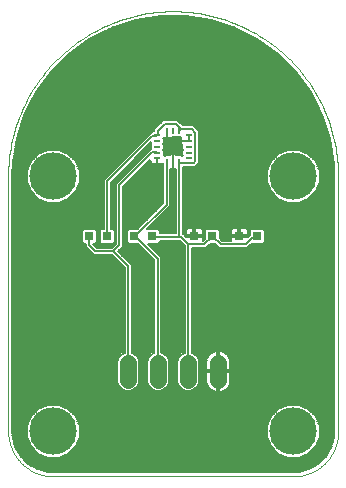
<source format=gtl>
G75*
%MOIN*%
%OFA0B0*%
%FSLAX25Y25*%
%IPPOS*%
%LPD*%
%AMOC8*
5,1,8,0,0,1.08239X$1,22.5*
%
%ADD10C,0.05543*%
%ADD11C,0.00000*%
%ADD12C,0.15811*%
%ADD13R,0.02362X0.00984*%
%ADD14R,0.00984X0.02362*%
%ADD15R,0.03150X0.03150*%
%ADD16C,0.00600*%
%ADD17C,0.02400*%
D10*
X0046800Y0051234D02*
X0046800Y0056778D01*
X0056800Y0056778D02*
X0056800Y0051234D01*
X0066800Y0051234D02*
X0066800Y0056778D01*
X0076800Y0056778D02*
X0076800Y0051234D01*
D11*
X0101800Y0019006D02*
X0102162Y0019010D01*
X0102525Y0019024D01*
X0102887Y0019045D01*
X0103248Y0019076D01*
X0103608Y0019115D01*
X0103967Y0019163D01*
X0104325Y0019220D01*
X0104682Y0019285D01*
X0105037Y0019359D01*
X0105390Y0019442D01*
X0105741Y0019533D01*
X0106089Y0019632D01*
X0106435Y0019740D01*
X0106779Y0019856D01*
X0107119Y0019981D01*
X0107456Y0020113D01*
X0107790Y0020254D01*
X0108121Y0020403D01*
X0108448Y0020560D01*
X0108771Y0020724D01*
X0109090Y0020896D01*
X0109404Y0021076D01*
X0109715Y0021264D01*
X0110020Y0021459D01*
X0110321Y0021661D01*
X0110617Y0021871D01*
X0110907Y0022087D01*
X0111193Y0022311D01*
X0111473Y0022541D01*
X0111747Y0022778D01*
X0112015Y0023022D01*
X0112278Y0023272D01*
X0112534Y0023528D01*
X0112784Y0023791D01*
X0113028Y0024059D01*
X0113265Y0024333D01*
X0113495Y0024613D01*
X0113719Y0024899D01*
X0113935Y0025189D01*
X0114145Y0025485D01*
X0114347Y0025786D01*
X0114542Y0026091D01*
X0114730Y0026402D01*
X0114910Y0026716D01*
X0115082Y0027035D01*
X0115246Y0027358D01*
X0115403Y0027685D01*
X0115552Y0028016D01*
X0115693Y0028350D01*
X0115825Y0028687D01*
X0115950Y0029027D01*
X0116066Y0029371D01*
X0116174Y0029717D01*
X0116273Y0030065D01*
X0116364Y0030416D01*
X0116447Y0030769D01*
X0116521Y0031124D01*
X0116586Y0031481D01*
X0116643Y0031839D01*
X0116691Y0032198D01*
X0116730Y0032558D01*
X0116761Y0032919D01*
X0116782Y0033281D01*
X0116796Y0033644D01*
X0116800Y0034006D01*
X0116800Y0119006D01*
X0116784Y0120345D01*
X0116735Y0121684D01*
X0116653Y0123021D01*
X0116539Y0124355D01*
X0116393Y0125687D01*
X0116214Y0127014D01*
X0116003Y0128337D01*
X0115759Y0129654D01*
X0115484Y0130965D01*
X0115177Y0132268D01*
X0114838Y0133564D01*
X0114468Y0134851D01*
X0114067Y0136129D01*
X0113634Y0137397D01*
X0113171Y0138654D01*
X0112677Y0139899D01*
X0112153Y0141132D01*
X0111600Y0142351D01*
X0111016Y0143557D01*
X0110404Y0144748D01*
X0109763Y0145924D01*
X0109093Y0147084D01*
X0108395Y0148227D01*
X0107670Y0149353D01*
X0106917Y0150461D01*
X0106138Y0151551D01*
X0105332Y0152621D01*
X0104501Y0153671D01*
X0103644Y0154700D01*
X0102762Y0155709D01*
X0101857Y0156695D01*
X0100927Y0157659D01*
X0099974Y0158601D01*
X0098999Y0159519D01*
X0098001Y0160412D01*
X0096982Y0161282D01*
X0095942Y0162126D01*
X0094882Y0162944D01*
X0093802Y0163737D01*
X0092704Y0164503D01*
X0091586Y0165242D01*
X0090452Y0165954D01*
X0089300Y0166637D01*
X0088132Y0167293D01*
X0086948Y0167920D01*
X0085750Y0168518D01*
X0084537Y0169086D01*
X0083311Y0169625D01*
X0082072Y0170134D01*
X0080821Y0170612D01*
X0079558Y0171060D01*
X0078286Y0171477D01*
X0077003Y0171863D01*
X0075711Y0172218D01*
X0074411Y0172541D01*
X0073104Y0172832D01*
X0071790Y0173091D01*
X0070470Y0173318D01*
X0069145Y0173513D01*
X0067815Y0173676D01*
X0066482Y0173806D01*
X0065147Y0173904D01*
X0063809Y0173969D01*
X0062470Y0174002D01*
X0061130Y0174002D01*
X0059791Y0173969D01*
X0058453Y0173904D01*
X0057118Y0173806D01*
X0055785Y0173676D01*
X0054455Y0173513D01*
X0053130Y0173318D01*
X0051810Y0173091D01*
X0050496Y0172832D01*
X0049189Y0172541D01*
X0047889Y0172218D01*
X0046597Y0171863D01*
X0045314Y0171477D01*
X0044042Y0171060D01*
X0042779Y0170612D01*
X0041528Y0170134D01*
X0040289Y0169625D01*
X0039063Y0169086D01*
X0037850Y0168518D01*
X0036652Y0167920D01*
X0035468Y0167293D01*
X0034300Y0166637D01*
X0033148Y0165954D01*
X0032014Y0165242D01*
X0030896Y0164503D01*
X0029798Y0163737D01*
X0028718Y0162944D01*
X0027658Y0162126D01*
X0026618Y0161282D01*
X0025599Y0160412D01*
X0024601Y0159519D01*
X0023626Y0158601D01*
X0022673Y0157659D01*
X0021743Y0156695D01*
X0020838Y0155709D01*
X0019956Y0154700D01*
X0019099Y0153671D01*
X0018268Y0152621D01*
X0017462Y0151551D01*
X0016683Y0150461D01*
X0015930Y0149353D01*
X0015205Y0148227D01*
X0014507Y0147084D01*
X0013837Y0145924D01*
X0013196Y0144748D01*
X0012584Y0143557D01*
X0012000Y0142351D01*
X0011447Y0141132D01*
X0010923Y0139899D01*
X0010429Y0138654D01*
X0009966Y0137397D01*
X0009533Y0136129D01*
X0009132Y0134851D01*
X0008762Y0133564D01*
X0008423Y0132268D01*
X0008116Y0130965D01*
X0007841Y0129654D01*
X0007597Y0128337D01*
X0007386Y0127014D01*
X0007207Y0125687D01*
X0007061Y0124355D01*
X0006947Y0123021D01*
X0006865Y0121684D01*
X0006816Y0120345D01*
X0006800Y0119006D01*
X0006800Y0034006D01*
X0006804Y0033644D01*
X0006818Y0033281D01*
X0006839Y0032919D01*
X0006870Y0032558D01*
X0006909Y0032198D01*
X0006957Y0031839D01*
X0007014Y0031481D01*
X0007079Y0031124D01*
X0007153Y0030769D01*
X0007236Y0030416D01*
X0007327Y0030065D01*
X0007426Y0029717D01*
X0007534Y0029371D01*
X0007650Y0029027D01*
X0007775Y0028687D01*
X0007907Y0028350D01*
X0008048Y0028016D01*
X0008197Y0027685D01*
X0008354Y0027358D01*
X0008518Y0027035D01*
X0008690Y0026716D01*
X0008870Y0026402D01*
X0009058Y0026091D01*
X0009253Y0025786D01*
X0009455Y0025485D01*
X0009665Y0025189D01*
X0009881Y0024899D01*
X0010105Y0024613D01*
X0010335Y0024333D01*
X0010572Y0024059D01*
X0010816Y0023791D01*
X0011066Y0023528D01*
X0011322Y0023272D01*
X0011585Y0023022D01*
X0011853Y0022778D01*
X0012127Y0022541D01*
X0012407Y0022311D01*
X0012693Y0022087D01*
X0012983Y0021871D01*
X0013279Y0021661D01*
X0013580Y0021459D01*
X0013885Y0021264D01*
X0014196Y0021076D01*
X0014510Y0020896D01*
X0014829Y0020724D01*
X0015152Y0020560D01*
X0015479Y0020403D01*
X0015810Y0020254D01*
X0016144Y0020113D01*
X0016481Y0019981D01*
X0016821Y0019856D01*
X0017165Y0019740D01*
X0017511Y0019632D01*
X0017859Y0019533D01*
X0018210Y0019442D01*
X0018563Y0019359D01*
X0018918Y0019285D01*
X0019275Y0019220D01*
X0019633Y0019163D01*
X0019992Y0019115D01*
X0020352Y0019076D01*
X0020713Y0019045D01*
X0021075Y0019024D01*
X0021438Y0019010D01*
X0021800Y0019006D01*
X0101800Y0019006D01*
D12*
X0101800Y0034006D03*
X0101800Y0119006D03*
X0021800Y0119006D03*
X0021800Y0034006D03*
D13*
X0056485Y0124990D03*
X0056485Y0126959D03*
X0056485Y0128927D03*
X0056485Y0130896D03*
X0056485Y0132864D03*
X0066918Y0132864D03*
X0066918Y0130896D03*
X0066918Y0128927D03*
X0066918Y0126959D03*
X0066918Y0124990D03*
D14*
X0063769Y0123888D03*
X0061800Y0123888D03*
X0059831Y0123888D03*
X0059831Y0134124D03*
X0061800Y0134124D03*
X0063769Y0134124D03*
D15*
X0068847Y0099006D03*
X0074753Y0099006D03*
X0083847Y0099006D03*
X0089753Y0099006D03*
X0054753Y0099006D03*
X0048847Y0099006D03*
X0039753Y0099006D03*
X0033847Y0099006D03*
D16*
X0010931Y0025666D02*
X0013460Y0023137D01*
X0016557Y0021349D01*
X0020012Y0020423D01*
X0021800Y0020306D01*
X0101800Y0020306D01*
X0103588Y0020423D01*
X0107043Y0021349D01*
X0110140Y0023137D01*
X0112669Y0025666D01*
X0114457Y0028763D01*
X0115383Y0032218D01*
X0115500Y0034006D01*
X0115500Y0119006D01*
X0115334Y0123219D01*
X0114016Y0131542D01*
X0111412Y0139556D01*
X0107587Y0147064D01*
X0107587Y0147064D01*
X0102634Y0153881D01*
X0102634Y0153881D01*
X0096675Y0159840D01*
X0089858Y0164793D01*
X0082350Y0168618D01*
X0074336Y0171222D01*
X0066013Y0172540D01*
X0057587Y0172540D01*
X0049264Y0171222D01*
X0041250Y0168618D01*
X0033742Y0164793D01*
X0026925Y0159840D01*
X0020966Y0153881D01*
X0016013Y0147064D01*
X0012188Y0139556D01*
X0009584Y0131542D01*
X0008266Y0123219D01*
X0008100Y0119006D01*
X0008100Y0034006D01*
X0008217Y0032218D01*
X0009143Y0028763D01*
X0010931Y0025666D01*
X0011007Y0025590D02*
X0019109Y0025590D01*
X0020048Y0025200D02*
X0023552Y0025200D01*
X0026788Y0026541D01*
X0029265Y0029018D01*
X0030605Y0032254D01*
X0030605Y0035757D01*
X0029265Y0038994D01*
X0026788Y0041471D01*
X0023552Y0042811D01*
X0020048Y0042811D01*
X0016812Y0041471D01*
X0014335Y0038994D01*
X0012994Y0035757D01*
X0012994Y0032254D01*
X0014335Y0029018D01*
X0016812Y0026541D01*
X0020048Y0025200D01*
X0017664Y0026188D02*
X0010630Y0026188D01*
X0010284Y0026787D02*
X0016566Y0026787D01*
X0015968Y0027385D02*
X0009938Y0027385D01*
X0009593Y0027984D02*
X0015369Y0027984D01*
X0014771Y0028582D02*
X0009247Y0028582D01*
X0009031Y0029181D02*
X0014268Y0029181D01*
X0014020Y0029779D02*
X0008871Y0029779D01*
X0008710Y0030378D02*
X0013772Y0030378D01*
X0013524Y0030976D02*
X0008550Y0030976D01*
X0008390Y0031575D02*
X0013276Y0031575D01*
X0013028Y0032173D02*
X0008229Y0032173D01*
X0008181Y0032772D02*
X0012994Y0032772D01*
X0012994Y0033370D02*
X0008142Y0033370D01*
X0008102Y0033969D02*
X0012994Y0033969D01*
X0012994Y0034567D02*
X0008100Y0034567D01*
X0008100Y0035166D02*
X0012994Y0035166D01*
X0012997Y0035764D02*
X0008100Y0035764D01*
X0008100Y0036363D02*
X0013245Y0036363D01*
X0013493Y0036961D02*
X0008100Y0036961D01*
X0008100Y0037560D02*
X0013741Y0037560D01*
X0013989Y0038158D02*
X0008100Y0038158D01*
X0008100Y0038757D02*
X0014237Y0038757D01*
X0014697Y0039355D02*
X0008100Y0039355D01*
X0008100Y0039954D02*
X0015295Y0039954D01*
X0015894Y0040552D02*
X0008100Y0040552D01*
X0008100Y0041151D02*
X0016492Y0041151D01*
X0017484Y0041749D02*
X0008100Y0041749D01*
X0008100Y0042348D02*
X0018929Y0042348D01*
X0024671Y0042348D02*
X0098929Y0042348D01*
X0100048Y0042811D02*
X0096812Y0041471D01*
X0094335Y0038994D01*
X0092994Y0035757D01*
X0092994Y0032254D01*
X0094335Y0029018D01*
X0096812Y0026541D01*
X0100048Y0025200D01*
X0103552Y0025200D01*
X0106788Y0026541D01*
X0109265Y0029018D01*
X0110605Y0032254D01*
X0110605Y0035757D01*
X0109265Y0038994D01*
X0106788Y0041471D01*
X0103552Y0042811D01*
X0100048Y0042811D01*
X0097484Y0041749D02*
X0026116Y0041749D01*
X0027108Y0041151D02*
X0096492Y0041151D01*
X0095894Y0040552D02*
X0027706Y0040552D01*
X0028305Y0039954D02*
X0095295Y0039954D01*
X0094697Y0039355D02*
X0028903Y0039355D01*
X0029363Y0038757D02*
X0094237Y0038757D01*
X0093989Y0038158D02*
X0029611Y0038158D01*
X0029859Y0037560D02*
X0093741Y0037560D01*
X0093493Y0036961D02*
X0030107Y0036961D01*
X0030355Y0036363D02*
X0093245Y0036363D01*
X0092997Y0035764D02*
X0030603Y0035764D01*
X0030605Y0035166D02*
X0092994Y0035166D01*
X0092994Y0034567D02*
X0030605Y0034567D01*
X0030605Y0033969D02*
X0092994Y0033969D01*
X0092994Y0033370D02*
X0030605Y0033370D01*
X0030605Y0032772D02*
X0092994Y0032772D01*
X0093028Y0032173D02*
X0030572Y0032173D01*
X0030324Y0031575D02*
X0093276Y0031575D01*
X0093524Y0030976D02*
X0030076Y0030976D01*
X0029828Y0030378D02*
X0093772Y0030378D01*
X0094020Y0029779D02*
X0029580Y0029779D01*
X0029332Y0029181D02*
X0094268Y0029181D01*
X0094771Y0028582D02*
X0028829Y0028582D01*
X0028231Y0027984D02*
X0095369Y0027984D01*
X0095968Y0027385D02*
X0027632Y0027385D01*
X0027034Y0026787D02*
X0096566Y0026787D01*
X0097664Y0026188D02*
X0025936Y0026188D01*
X0024491Y0025590D02*
X0099109Y0025590D01*
X0104491Y0025590D02*
X0112593Y0025590D01*
X0112970Y0026188D02*
X0105936Y0026188D01*
X0107034Y0026787D02*
X0113316Y0026787D01*
X0113662Y0027385D02*
X0107632Y0027385D01*
X0108231Y0027984D02*
X0114007Y0027984D01*
X0114353Y0028582D02*
X0108829Y0028582D01*
X0109332Y0029181D02*
X0114569Y0029181D01*
X0114729Y0029779D02*
X0109580Y0029779D01*
X0109828Y0030378D02*
X0114890Y0030378D01*
X0115050Y0030976D02*
X0110076Y0030976D01*
X0110324Y0031575D02*
X0115211Y0031575D01*
X0115371Y0032173D02*
X0110572Y0032173D01*
X0110605Y0032772D02*
X0115419Y0032772D01*
X0115458Y0033370D02*
X0110605Y0033370D01*
X0110605Y0033969D02*
X0115498Y0033969D01*
X0115500Y0034567D02*
X0110605Y0034567D01*
X0110605Y0035166D02*
X0115500Y0035166D01*
X0115500Y0035764D02*
X0110603Y0035764D01*
X0110355Y0036363D02*
X0115500Y0036363D01*
X0115500Y0036961D02*
X0110107Y0036961D01*
X0109859Y0037560D02*
X0115500Y0037560D01*
X0115500Y0038158D02*
X0109611Y0038158D01*
X0109363Y0038757D02*
X0115500Y0038757D01*
X0115500Y0039355D02*
X0108903Y0039355D01*
X0108305Y0039954D02*
X0115500Y0039954D01*
X0115500Y0040552D02*
X0107706Y0040552D01*
X0107108Y0041151D02*
X0115500Y0041151D01*
X0115500Y0041749D02*
X0106116Y0041749D01*
X0104671Y0042348D02*
X0115500Y0042348D01*
X0115500Y0042946D02*
X0008100Y0042946D01*
X0008100Y0043545D02*
X0115500Y0043545D01*
X0115500Y0044143D02*
X0008100Y0044143D01*
X0008100Y0044742D02*
X0115500Y0044742D01*
X0115500Y0045340D02*
X0008100Y0045340D01*
X0008100Y0045939D02*
X0115500Y0045939D01*
X0115500Y0046537D02*
X0008100Y0046537D01*
X0008100Y0047136D02*
X0115500Y0047136D01*
X0115500Y0047734D02*
X0078900Y0047734D01*
X0078934Y0047752D02*
X0079452Y0048129D01*
X0079906Y0048582D01*
X0080282Y0049100D01*
X0080573Y0049671D01*
X0080771Y0050281D01*
X0080872Y0050914D01*
X0080872Y0053706D01*
X0077100Y0053706D01*
X0077100Y0054306D01*
X0076500Y0054306D01*
X0076500Y0060849D01*
X0076480Y0060849D01*
X0075847Y0060749D01*
X0075237Y0060551D01*
X0074666Y0060260D01*
X0074147Y0059883D01*
X0073694Y0059430D01*
X0073318Y0058912D01*
X0073027Y0058341D01*
X0072829Y0057731D01*
X0072728Y0057098D01*
X0072728Y0054306D01*
X0076500Y0054306D01*
X0076500Y0053706D01*
X0072728Y0053706D01*
X0072728Y0050914D01*
X0072829Y0050281D01*
X0073027Y0049671D01*
X0073318Y0049100D01*
X0073694Y0048582D01*
X0074147Y0048129D01*
X0074666Y0047752D01*
X0075237Y0047461D01*
X0075847Y0047263D01*
X0076480Y0047163D01*
X0076500Y0047163D01*
X0076500Y0053706D01*
X0077100Y0053706D01*
X0077100Y0047163D01*
X0077120Y0047163D01*
X0077753Y0047263D01*
X0078363Y0047461D01*
X0078934Y0047752D01*
X0079657Y0048333D02*
X0115500Y0048333D01*
X0115500Y0048931D02*
X0080160Y0048931D01*
X0080501Y0049530D02*
X0115500Y0049530D01*
X0115500Y0050128D02*
X0080722Y0050128D01*
X0080842Y0050727D02*
X0115500Y0050727D01*
X0115500Y0051326D02*
X0080872Y0051326D01*
X0080872Y0051924D02*
X0115500Y0051924D01*
X0115500Y0052523D02*
X0080872Y0052523D01*
X0080872Y0053121D02*
X0115500Y0053121D01*
X0115500Y0053720D02*
X0077100Y0053720D01*
X0077100Y0054306D02*
X0080872Y0054306D01*
X0080872Y0057098D01*
X0080771Y0057731D01*
X0080573Y0058341D01*
X0080282Y0058912D01*
X0079906Y0059430D01*
X0079452Y0059883D01*
X0078934Y0060260D01*
X0078363Y0060551D01*
X0077753Y0060749D01*
X0077120Y0060849D01*
X0077100Y0060849D01*
X0077100Y0054306D01*
X0077100Y0054318D02*
X0076500Y0054318D01*
X0076500Y0053720D02*
X0070472Y0053720D01*
X0070472Y0054318D02*
X0072728Y0054318D01*
X0072728Y0054917D02*
X0070472Y0054917D01*
X0070472Y0055515D02*
X0072728Y0055515D01*
X0072728Y0056114D02*
X0070472Y0056114D01*
X0070472Y0056712D02*
X0072728Y0056712D01*
X0072762Y0057311D02*
X0070472Y0057311D01*
X0070472Y0057508D02*
X0069913Y0058857D01*
X0068880Y0059890D01*
X0068000Y0060255D01*
X0068000Y0095206D01*
X0072697Y0095206D01*
X0074022Y0096531D01*
X0075778Y0096531D01*
X0077103Y0095206D01*
X0086497Y0095206D01*
X0087200Y0095909D01*
X0087822Y0096531D01*
X0091700Y0096531D01*
X0092228Y0097058D01*
X0092228Y0100953D01*
X0091700Y0101481D01*
X0087805Y0101481D01*
X0087278Y0100953D01*
X0087278Y0099381D01*
X0086603Y0098706D01*
X0084147Y0098706D01*
X0084147Y0099306D01*
X0083547Y0099306D01*
X0083547Y0098706D01*
X0080972Y0098706D01*
X0080972Y0097606D01*
X0078097Y0097606D01*
X0077228Y0098475D01*
X0077228Y0100953D01*
X0076700Y0101481D01*
X0072805Y0101481D01*
X0072278Y0100953D01*
X0072278Y0098181D01*
X0071722Y0097625D01*
X0071722Y0098706D01*
X0069147Y0098706D01*
X0069147Y0099306D01*
X0068547Y0099306D01*
X0068547Y0098706D01*
X0066197Y0098706D01*
X0065600Y0099303D01*
X0065000Y0099903D01*
X0065000Y0122173D01*
X0065033Y0122206D01*
X0069097Y0122206D01*
X0069697Y0122806D01*
X0070400Y0123509D01*
X0070400Y0134103D01*
X0069200Y0135303D01*
X0068497Y0136006D01*
X0064897Y0136006D01*
X0063097Y0137806D01*
X0058503Y0137806D01*
X0057800Y0137103D01*
X0055400Y0134703D01*
X0055400Y0134256D01*
X0054931Y0134256D01*
X0054404Y0133729D01*
X0054404Y0133606D01*
X0054303Y0133606D01*
X0053600Y0132903D01*
X0038600Y0117903D01*
X0038600Y0101481D01*
X0037805Y0101481D01*
X0037278Y0100953D01*
X0037278Y0097058D01*
X0037805Y0096531D01*
X0041700Y0096531D01*
X0042228Y0097058D01*
X0042228Y0100953D01*
X0041700Y0101481D01*
X0041000Y0101481D01*
X0041000Y0116909D01*
X0054404Y0130313D01*
X0054404Y0130031D01*
X0054523Y0129911D01*
X0054404Y0129792D01*
X0054404Y0128206D01*
X0054303Y0128206D01*
X0053600Y0127503D01*
X0053600Y0127503D01*
X0043303Y0117206D01*
X0043303Y0117206D01*
X0042600Y0116503D01*
X0042600Y0096503D01*
X0041303Y0095206D01*
X0036297Y0095206D01*
X0035000Y0096503D01*
X0035000Y0096531D01*
X0035795Y0096531D01*
X0036322Y0097058D01*
X0036322Y0100953D01*
X0035795Y0101481D01*
X0031900Y0101481D01*
X0031372Y0100953D01*
X0031372Y0097058D01*
X0031900Y0096531D01*
X0032600Y0096531D01*
X0032600Y0095509D01*
X0033303Y0094806D01*
X0034600Y0093509D01*
X0034600Y0093509D01*
X0035303Y0092806D01*
X0041303Y0092806D01*
X0045600Y0088509D01*
X0045600Y0060255D01*
X0044720Y0059890D01*
X0043687Y0058857D01*
X0043128Y0057508D01*
X0043128Y0050504D01*
X0043687Y0049154D01*
X0044720Y0048122D01*
X0046070Y0047563D01*
X0047530Y0047563D01*
X0048880Y0048122D01*
X0049913Y0049154D01*
X0050472Y0050504D01*
X0050472Y0057508D01*
X0049913Y0058857D01*
X0048880Y0059890D01*
X0048000Y0060255D01*
X0048000Y0089503D01*
X0047297Y0090206D01*
X0043497Y0094006D01*
X0044297Y0094806D01*
X0045000Y0095509D01*
X0045000Y0115509D01*
X0054004Y0124513D01*
X0054004Y0124327D01*
X0054093Y0123996D01*
X0054264Y0123700D01*
X0054506Y0123458D01*
X0054802Y0123287D01*
X0055133Y0123198D01*
X0056485Y0123198D01*
X0056485Y0124990D01*
X0056485Y0124990D01*
X0056485Y0123198D01*
X0057837Y0123198D01*
X0058168Y0123287D01*
X0058336Y0123384D01*
X0058400Y0123201D01*
X0058400Y0110103D01*
X0049778Y0101481D01*
X0046900Y0101481D01*
X0046372Y0100953D01*
X0046372Y0097058D01*
X0046900Y0096531D01*
X0049978Y0096531D01*
X0055400Y0091109D01*
X0055400Y0060172D01*
X0054720Y0059890D01*
X0053687Y0058857D01*
X0053128Y0057508D01*
X0053128Y0050504D01*
X0053687Y0049154D01*
X0054720Y0048122D01*
X0056070Y0047563D01*
X0057530Y0047563D01*
X0058880Y0048122D01*
X0059913Y0049154D01*
X0060472Y0050504D01*
X0060472Y0057508D01*
X0059913Y0058857D01*
X0058880Y0059890D01*
X0057800Y0060337D01*
X0057800Y0092103D01*
X0053372Y0096531D01*
X0056700Y0096531D01*
X0057228Y0097058D01*
X0057228Y0097606D01*
X0063903Y0097606D01*
X0065600Y0095909D01*
X0065600Y0060255D01*
X0064720Y0059890D01*
X0063687Y0058857D01*
X0063128Y0057508D01*
X0063128Y0050504D01*
X0063687Y0049154D01*
X0064720Y0048122D01*
X0066070Y0047563D01*
X0067530Y0047563D01*
X0068880Y0048122D01*
X0069913Y0049154D01*
X0070472Y0050504D01*
X0070472Y0057508D01*
X0070305Y0057909D02*
X0072886Y0057909D01*
X0073112Y0058508D02*
X0070058Y0058508D01*
X0069664Y0059106D02*
X0073459Y0059106D01*
X0073969Y0059705D02*
X0069065Y0059705D01*
X0068000Y0060303D02*
X0074751Y0060303D01*
X0076500Y0060303D02*
X0077100Y0060303D01*
X0077100Y0059705D02*
X0076500Y0059705D01*
X0076500Y0059106D02*
X0077100Y0059106D01*
X0077100Y0058508D02*
X0076500Y0058508D01*
X0076500Y0057909D02*
X0077100Y0057909D01*
X0077100Y0057311D02*
X0076500Y0057311D01*
X0076500Y0056712D02*
X0077100Y0056712D01*
X0077100Y0056114D02*
X0076500Y0056114D01*
X0076500Y0055515D02*
X0077100Y0055515D01*
X0077100Y0054917D02*
X0076500Y0054917D01*
X0076500Y0053121D02*
X0077100Y0053121D01*
X0077100Y0052523D02*
X0076500Y0052523D01*
X0076500Y0051924D02*
X0077100Y0051924D01*
X0077100Y0051326D02*
X0076500Y0051326D01*
X0076500Y0050727D02*
X0077100Y0050727D01*
X0077100Y0050128D02*
X0076500Y0050128D01*
X0076500Y0049530D02*
X0077100Y0049530D01*
X0077100Y0048931D02*
X0076500Y0048931D01*
X0076500Y0048333D02*
X0077100Y0048333D01*
X0077100Y0047734D02*
X0076500Y0047734D01*
X0074700Y0047734D02*
X0067945Y0047734D01*
X0069091Y0048333D02*
X0073943Y0048333D01*
X0073440Y0048931D02*
X0069690Y0048931D01*
X0070068Y0049530D02*
X0073099Y0049530D01*
X0072878Y0050128D02*
X0070316Y0050128D01*
X0070472Y0050727D02*
X0072758Y0050727D01*
X0072728Y0051326D02*
X0070472Y0051326D01*
X0070472Y0051924D02*
X0072728Y0051924D01*
X0072728Y0052523D02*
X0070472Y0052523D01*
X0070472Y0053121D02*
X0072728Y0053121D01*
X0066800Y0054006D02*
X0066800Y0096406D01*
X0072200Y0096406D01*
X0074600Y0098806D01*
X0074753Y0099006D01*
X0075200Y0098806D01*
X0077600Y0096406D01*
X0086000Y0096406D01*
X0088400Y0098806D01*
X0089600Y0098806D01*
X0089753Y0099006D01*
X0092228Y0099206D02*
X0115500Y0099206D01*
X0115500Y0098608D02*
X0092228Y0098608D01*
X0092228Y0098009D02*
X0115500Y0098009D01*
X0115500Y0097411D02*
X0092228Y0097411D01*
X0091982Y0096812D02*
X0115500Y0096812D01*
X0115500Y0096214D02*
X0087505Y0096214D01*
X0086906Y0095615D02*
X0115500Y0095615D01*
X0115500Y0095017D02*
X0068000Y0095017D01*
X0068000Y0094418D02*
X0115500Y0094418D01*
X0115500Y0093820D02*
X0068000Y0093820D01*
X0068000Y0093221D02*
X0115500Y0093221D01*
X0115500Y0092623D02*
X0068000Y0092623D01*
X0068000Y0092024D02*
X0115500Y0092024D01*
X0115500Y0091426D02*
X0068000Y0091426D01*
X0068000Y0090827D02*
X0115500Y0090827D01*
X0115500Y0090229D02*
X0068000Y0090229D01*
X0068000Y0089630D02*
X0115500Y0089630D01*
X0115500Y0089032D02*
X0068000Y0089032D01*
X0068000Y0088433D02*
X0115500Y0088433D01*
X0115500Y0087835D02*
X0068000Y0087835D01*
X0068000Y0087236D02*
X0115500Y0087236D01*
X0115500Y0086638D02*
X0068000Y0086638D01*
X0068000Y0086039D02*
X0115500Y0086039D01*
X0115500Y0085441D02*
X0068000Y0085441D01*
X0068000Y0084842D02*
X0115500Y0084842D01*
X0115500Y0084244D02*
X0068000Y0084244D01*
X0068000Y0083645D02*
X0115500Y0083645D01*
X0115500Y0083047D02*
X0068000Y0083047D01*
X0068000Y0082448D02*
X0115500Y0082448D01*
X0115500Y0081850D02*
X0068000Y0081850D01*
X0068000Y0081251D02*
X0115500Y0081251D01*
X0115500Y0080653D02*
X0068000Y0080653D01*
X0068000Y0080054D02*
X0115500Y0080054D01*
X0115500Y0079456D02*
X0068000Y0079456D01*
X0068000Y0078857D02*
X0115500Y0078857D01*
X0115500Y0078259D02*
X0068000Y0078259D01*
X0068000Y0077660D02*
X0115500Y0077660D01*
X0115500Y0077062D02*
X0068000Y0077062D01*
X0068000Y0076463D02*
X0115500Y0076463D01*
X0115500Y0075864D02*
X0068000Y0075864D01*
X0068000Y0075266D02*
X0115500Y0075266D01*
X0115500Y0074667D02*
X0068000Y0074667D01*
X0068000Y0074069D02*
X0115500Y0074069D01*
X0115500Y0073470D02*
X0068000Y0073470D01*
X0068000Y0072872D02*
X0115500Y0072872D01*
X0115500Y0072273D02*
X0068000Y0072273D01*
X0068000Y0071675D02*
X0115500Y0071675D01*
X0115500Y0071076D02*
X0068000Y0071076D01*
X0068000Y0070478D02*
X0115500Y0070478D01*
X0115500Y0069879D02*
X0068000Y0069879D01*
X0068000Y0069281D02*
X0115500Y0069281D01*
X0115500Y0068682D02*
X0068000Y0068682D01*
X0068000Y0068084D02*
X0115500Y0068084D01*
X0115500Y0067485D02*
X0068000Y0067485D01*
X0068000Y0066887D02*
X0115500Y0066887D01*
X0115500Y0066288D02*
X0068000Y0066288D01*
X0068000Y0065690D02*
X0115500Y0065690D01*
X0115500Y0065091D02*
X0068000Y0065091D01*
X0068000Y0064493D02*
X0115500Y0064493D01*
X0115500Y0063894D02*
X0068000Y0063894D01*
X0068000Y0063296D02*
X0115500Y0063296D01*
X0115500Y0062697D02*
X0068000Y0062697D01*
X0068000Y0062099D02*
X0115500Y0062099D01*
X0115500Y0061500D02*
X0068000Y0061500D01*
X0068000Y0060902D02*
X0115500Y0060902D01*
X0115500Y0060303D02*
X0078849Y0060303D01*
X0079631Y0059705D02*
X0115500Y0059705D01*
X0115500Y0059106D02*
X0080141Y0059106D01*
X0080488Y0058508D02*
X0115500Y0058508D01*
X0115500Y0057909D02*
X0080714Y0057909D01*
X0080838Y0057311D02*
X0115500Y0057311D01*
X0115500Y0056712D02*
X0080872Y0056712D01*
X0080872Y0056114D02*
X0115500Y0056114D01*
X0115500Y0055515D02*
X0080872Y0055515D01*
X0080872Y0054917D02*
X0115500Y0054917D01*
X0115500Y0054318D02*
X0080872Y0054318D01*
X0065600Y0060303D02*
X0057883Y0060303D01*
X0057800Y0060902D02*
X0065600Y0060902D01*
X0065600Y0061500D02*
X0057800Y0061500D01*
X0057800Y0062099D02*
X0065600Y0062099D01*
X0065600Y0062697D02*
X0057800Y0062697D01*
X0057800Y0063296D02*
X0065600Y0063296D01*
X0065600Y0063894D02*
X0057800Y0063894D01*
X0057800Y0064493D02*
X0065600Y0064493D01*
X0065600Y0065091D02*
X0057800Y0065091D01*
X0057800Y0065690D02*
X0065600Y0065690D01*
X0065600Y0066288D02*
X0057800Y0066288D01*
X0057800Y0066887D02*
X0065600Y0066887D01*
X0065600Y0067485D02*
X0057800Y0067485D01*
X0057800Y0068084D02*
X0065600Y0068084D01*
X0065600Y0068682D02*
X0057800Y0068682D01*
X0057800Y0069281D02*
X0065600Y0069281D01*
X0065600Y0069879D02*
X0057800Y0069879D01*
X0057800Y0070478D02*
X0065600Y0070478D01*
X0065600Y0071076D02*
X0057800Y0071076D01*
X0057800Y0071675D02*
X0065600Y0071675D01*
X0065600Y0072273D02*
X0057800Y0072273D01*
X0057800Y0072872D02*
X0065600Y0072872D01*
X0065600Y0073470D02*
X0057800Y0073470D01*
X0057800Y0074069D02*
X0065600Y0074069D01*
X0065600Y0074667D02*
X0057800Y0074667D01*
X0057800Y0075266D02*
X0065600Y0075266D01*
X0065600Y0075864D02*
X0057800Y0075864D01*
X0057800Y0076463D02*
X0065600Y0076463D01*
X0065600Y0077062D02*
X0057800Y0077062D01*
X0057800Y0077660D02*
X0065600Y0077660D01*
X0065600Y0078259D02*
X0057800Y0078259D01*
X0057800Y0078857D02*
X0065600Y0078857D01*
X0065600Y0079456D02*
X0057800Y0079456D01*
X0057800Y0080054D02*
X0065600Y0080054D01*
X0065600Y0080653D02*
X0057800Y0080653D01*
X0057800Y0081251D02*
X0065600Y0081251D01*
X0065600Y0081850D02*
X0057800Y0081850D01*
X0057800Y0082448D02*
X0065600Y0082448D01*
X0065600Y0083047D02*
X0057800Y0083047D01*
X0057800Y0083645D02*
X0065600Y0083645D01*
X0065600Y0084244D02*
X0057800Y0084244D01*
X0057800Y0084842D02*
X0065600Y0084842D01*
X0065600Y0085441D02*
X0057800Y0085441D01*
X0057800Y0086039D02*
X0065600Y0086039D01*
X0065600Y0086638D02*
X0057800Y0086638D01*
X0057800Y0087236D02*
X0065600Y0087236D01*
X0065600Y0087835D02*
X0057800Y0087835D01*
X0057800Y0088433D02*
X0065600Y0088433D01*
X0065600Y0089032D02*
X0057800Y0089032D01*
X0057800Y0089630D02*
X0065600Y0089630D01*
X0065600Y0090229D02*
X0057800Y0090229D01*
X0057800Y0090827D02*
X0065600Y0090827D01*
X0065600Y0091426D02*
X0057800Y0091426D01*
X0057800Y0092024D02*
X0065600Y0092024D01*
X0065600Y0092623D02*
X0057280Y0092623D01*
X0056682Y0093221D02*
X0065600Y0093221D01*
X0065600Y0093820D02*
X0056083Y0093820D01*
X0055485Y0094418D02*
X0065600Y0094418D01*
X0065600Y0095017D02*
X0054886Y0095017D01*
X0054288Y0095615D02*
X0065600Y0095615D01*
X0065295Y0096214D02*
X0053689Y0096214D01*
X0052091Y0094418D02*
X0043909Y0094418D01*
X0044297Y0094806D02*
X0044297Y0094806D01*
X0044508Y0095017D02*
X0051492Y0095017D01*
X0050893Y0095615D02*
X0045000Y0095615D01*
X0045000Y0096214D02*
X0050295Y0096214D01*
X0049400Y0098806D02*
X0048847Y0099006D01*
X0049400Y0099406D01*
X0059600Y0109606D01*
X0059600Y0123406D01*
X0059831Y0123888D01*
X0058400Y0123147D02*
X0052638Y0123147D01*
X0053237Y0123745D02*
X0054237Y0123745D01*
X0054004Y0124344D02*
X0053835Y0124344D01*
X0052236Y0126139D02*
X0050231Y0126139D01*
X0050829Y0126738D02*
X0052835Y0126738D01*
X0053434Y0127336D02*
X0051428Y0127336D01*
X0052026Y0127935D02*
X0054032Y0127935D01*
X0054404Y0128533D02*
X0052625Y0128533D01*
X0053223Y0129132D02*
X0054404Y0129132D01*
X0054404Y0129730D02*
X0053822Y0129730D01*
X0052223Y0131526D02*
X0009581Y0131526D01*
X0009486Y0130928D02*
X0051625Y0130928D01*
X0051026Y0130329D02*
X0009392Y0130329D01*
X0009297Y0129730D02*
X0050428Y0129730D01*
X0049829Y0129132D02*
X0009202Y0129132D01*
X0009107Y0128533D02*
X0049231Y0128533D01*
X0048632Y0127935D02*
X0009012Y0127935D01*
X0008918Y0127336D02*
X0018902Y0127336D01*
X0020048Y0127811D02*
X0016812Y0126471D01*
X0014335Y0123994D01*
X0012994Y0120757D01*
X0012994Y0117254D01*
X0014335Y0114018D01*
X0016812Y0111541D01*
X0020048Y0110200D01*
X0023552Y0110200D01*
X0026788Y0111541D01*
X0029265Y0114018D01*
X0030605Y0117254D01*
X0030605Y0120757D01*
X0029265Y0123994D01*
X0026788Y0126471D01*
X0023552Y0127811D01*
X0020048Y0127811D01*
X0017457Y0126738D02*
X0008823Y0126738D01*
X0008728Y0126139D02*
X0016481Y0126139D01*
X0015882Y0125541D02*
X0008633Y0125541D01*
X0008538Y0124942D02*
X0015284Y0124942D01*
X0014685Y0124344D02*
X0008444Y0124344D01*
X0008349Y0123745D02*
X0014232Y0123745D01*
X0013984Y0123147D02*
X0008263Y0123147D01*
X0008239Y0122548D02*
X0013736Y0122548D01*
X0013488Y0121950D02*
X0008216Y0121950D01*
X0008192Y0121351D02*
X0013241Y0121351D01*
X0012994Y0120753D02*
X0008169Y0120753D01*
X0008145Y0120154D02*
X0012994Y0120154D01*
X0012994Y0119556D02*
X0008122Y0119556D01*
X0008100Y0118957D02*
X0012994Y0118957D01*
X0012994Y0118359D02*
X0008100Y0118359D01*
X0008100Y0117760D02*
X0012994Y0117760D01*
X0013033Y0117162D02*
X0008100Y0117162D01*
X0008100Y0116563D02*
X0013281Y0116563D01*
X0013529Y0115965D02*
X0008100Y0115965D01*
X0008100Y0115366D02*
X0013777Y0115366D01*
X0014024Y0114768D02*
X0008100Y0114768D01*
X0008100Y0114169D02*
X0014272Y0114169D01*
X0014782Y0113571D02*
X0008100Y0113571D01*
X0008100Y0112972D02*
X0015381Y0112972D01*
X0015979Y0112374D02*
X0008100Y0112374D01*
X0008100Y0111775D02*
X0016578Y0111775D01*
X0017692Y0111177D02*
X0008100Y0111177D01*
X0008100Y0110578D02*
X0019137Y0110578D01*
X0024463Y0110578D02*
X0038600Y0110578D01*
X0038600Y0109980D02*
X0008100Y0109980D01*
X0008100Y0109381D02*
X0038600Y0109381D01*
X0038600Y0108783D02*
X0008100Y0108783D01*
X0008100Y0108184D02*
X0038600Y0108184D01*
X0038600Y0107586D02*
X0008100Y0107586D01*
X0008100Y0106987D02*
X0038600Y0106987D01*
X0038600Y0106389D02*
X0008100Y0106389D01*
X0008100Y0105790D02*
X0038600Y0105790D01*
X0038600Y0105192D02*
X0008100Y0105192D01*
X0008100Y0104593D02*
X0038600Y0104593D01*
X0038600Y0103995D02*
X0008100Y0103995D01*
X0008100Y0103396D02*
X0038600Y0103396D01*
X0038600Y0102797D02*
X0008100Y0102797D01*
X0008100Y0102199D02*
X0038600Y0102199D01*
X0038600Y0101600D02*
X0008100Y0101600D01*
X0008100Y0101002D02*
X0031421Y0101002D01*
X0031372Y0100403D02*
X0008100Y0100403D01*
X0008100Y0099805D02*
X0031372Y0099805D01*
X0031372Y0099206D02*
X0008100Y0099206D01*
X0008100Y0098608D02*
X0031372Y0098608D01*
X0031372Y0098009D02*
X0008100Y0098009D01*
X0008100Y0097411D02*
X0031372Y0097411D01*
X0031618Y0096812D02*
X0008100Y0096812D01*
X0008100Y0096214D02*
X0032600Y0096214D01*
X0032600Y0095615D02*
X0008100Y0095615D01*
X0008100Y0095017D02*
X0033092Y0095017D01*
X0033691Y0094418D02*
X0008100Y0094418D01*
X0008100Y0093820D02*
X0034289Y0093820D01*
X0034888Y0093221D02*
X0008100Y0093221D01*
X0008100Y0092623D02*
X0041486Y0092623D01*
X0042085Y0092024D02*
X0008100Y0092024D01*
X0008100Y0091426D02*
X0042683Y0091426D01*
X0043282Y0090827D02*
X0008100Y0090827D01*
X0008100Y0090229D02*
X0043880Y0090229D01*
X0044479Y0089630D02*
X0008100Y0089630D01*
X0008100Y0089032D02*
X0045077Y0089032D01*
X0045600Y0088433D02*
X0008100Y0088433D01*
X0008100Y0087835D02*
X0045600Y0087835D01*
X0045600Y0087236D02*
X0008100Y0087236D01*
X0008100Y0086638D02*
X0045600Y0086638D01*
X0045600Y0086039D02*
X0008100Y0086039D01*
X0008100Y0085441D02*
X0045600Y0085441D01*
X0045600Y0084842D02*
X0008100Y0084842D01*
X0008100Y0084244D02*
X0045600Y0084244D01*
X0045600Y0083645D02*
X0008100Y0083645D01*
X0008100Y0083047D02*
X0045600Y0083047D01*
X0045600Y0082448D02*
X0008100Y0082448D01*
X0008100Y0081850D02*
X0045600Y0081850D01*
X0045600Y0081251D02*
X0008100Y0081251D01*
X0008100Y0080653D02*
X0045600Y0080653D01*
X0045600Y0080054D02*
X0008100Y0080054D01*
X0008100Y0079456D02*
X0045600Y0079456D01*
X0045600Y0078857D02*
X0008100Y0078857D01*
X0008100Y0078259D02*
X0045600Y0078259D01*
X0045600Y0077660D02*
X0008100Y0077660D01*
X0008100Y0077062D02*
X0045600Y0077062D01*
X0045600Y0076463D02*
X0008100Y0076463D01*
X0008100Y0075864D02*
X0045600Y0075864D01*
X0045600Y0075266D02*
X0008100Y0075266D01*
X0008100Y0074667D02*
X0045600Y0074667D01*
X0045600Y0074069D02*
X0008100Y0074069D01*
X0008100Y0073470D02*
X0045600Y0073470D01*
X0045600Y0072872D02*
X0008100Y0072872D01*
X0008100Y0072273D02*
X0045600Y0072273D01*
X0045600Y0071675D02*
X0008100Y0071675D01*
X0008100Y0071076D02*
X0045600Y0071076D01*
X0045600Y0070478D02*
X0008100Y0070478D01*
X0008100Y0069879D02*
X0045600Y0069879D01*
X0045600Y0069281D02*
X0008100Y0069281D01*
X0008100Y0068682D02*
X0045600Y0068682D01*
X0045600Y0068084D02*
X0008100Y0068084D01*
X0008100Y0067485D02*
X0045600Y0067485D01*
X0045600Y0066887D02*
X0008100Y0066887D01*
X0008100Y0066288D02*
X0045600Y0066288D01*
X0045600Y0065690D02*
X0008100Y0065690D01*
X0008100Y0065091D02*
X0045600Y0065091D01*
X0045600Y0064493D02*
X0008100Y0064493D01*
X0008100Y0063894D02*
X0045600Y0063894D01*
X0045600Y0063296D02*
X0008100Y0063296D01*
X0008100Y0062697D02*
X0045600Y0062697D01*
X0045600Y0062099D02*
X0008100Y0062099D01*
X0008100Y0061500D02*
X0045600Y0061500D01*
X0045600Y0060902D02*
X0008100Y0060902D01*
X0008100Y0060303D02*
X0045600Y0060303D01*
X0044535Y0059705D02*
X0008100Y0059705D01*
X0008100Y0059106D02*
X0043936Y0059106D01*
X0043542Y0058508D02*
X0008100Y0058508D01*
X0008100Y0057909D02*
X0043295Y0057909D01*
X0043128Y0057311D02*
X0008100Y0057311D01*
X0008100Y0056712D02*
X0043128Y0056712D01*
X0043128Y0056114D02*
X0008100Y0056114D01*
X0008100Y0055515D02*
X0043128Y0055515D01*
X0043128Y0054917D02*
X0008100Y0054917D01*
X0008100Y0054318D02*
X0043128Y0054318D01*
X0043128Y0053720D02*
X0008100Y0053720D01*
X0008100Y0053121D02*
X0043128Y0053121D01*
X0043128Y0052523D02*
X0008100Y0052523D01*
X0008100Y0051924D02*
X0043128Y0051924D01*
X0043128Y0051326D02*
X0008100Y0051326D01*
X0008100Y0050727D02*
X0043128Y0050727D01*
X0043284Y0050128D02*
X0008100Y0050128D01*
X0008100Y0049530D02*
X0043532Y0049530D01*
X0043910Y0048931D02*
X0008100Y0048931D01*
X0008100Y0048333D02*
X0044509Y0048333D01*
X0045655Y0047734D02*
X0008100Y0047734D01*
X0011606Y0024991D02*
X0111994Y0024991D01*
X0111396Y0024393D02*
X0012204Y0024393D01*
X0012803Y0023794D02*
X0110797Y0023794D01*
X0110199Y0023195D02*
X0013401Y0023195D01*
X0014395Y0022597D02*
X0109205Y0022597D01*
X0108168Y0021998D02*
X0015432Y0021998D01*
X0016469Y0021400D02*
X0107131Y0021400D01*
X0105000Y0020801D02*
X0018600Y0020801D01*
X0046800Y0054006D02*
X0046800Y0089006D01*
X0041800Y0094006D01*
X0035800Y0094006D01*
X0033800Y0096006D01*
X0033800Y0098006D01*
X0033847Y0099006D01*
X0035289Y0096214D02*
X0042311Y0096214D01*
X0042600Y0096812D02*
X0041982Y0096812D01*
X0042228Y0097411D02*
X0042600Y0097411D01*
X0042600Y0098009D02*
X0042228Y0098009D01*
X0042228Y0098608D02*
X0042600Y0098608D01*
X0042600Y0099206D02*
X0042228Y0099206D01*
X0042228Y0099805D02*
X0042600Y0099805D01*
X0042600Y0100403D02*
X0042228Y0100403D01*
X0042179Y0101002D02*
X0042600Y0101002D01*
X0042600Y0101600D02*
X0041000Y0101600D01*
X0041000Y0102199D02*
X0042600Y0102199D01*
X0042600Y0102797D02*
X0041000Y0102797D01*
X0041000Y0103396D02*
X0042600Y0103396D01*
X0042600Y0103995D02*
X0041000Y0103995D01*
X0041000Y0104593D02*
X0042600Y0104593D01*
X0042600Y0105192D02*
X0041000Y0105192D01*
X0041000Y0105790D02*
X0042600Y0105790D01*
X0042600Y0106389D02*
X0041000Y0106389D01*
X0041000Y0106987D02*
X0042600Y0106987D01*
X0042600Y0107586D02*
X0041000Y0107586D01*
X0041000Y0108184D02*
X0042600Y0108184D01*
X0042600Y0108783D02*
X0041000Y0108783D01*
X0041000Y0109381D02*
X0042600Y0109381D01*
X0042600Y0109980D02*
X0041000Y0109980D01*
X0041000Y0110578D02*
X0042600Y0110578D01*
X0042600Y0111177D02*
X0041000Y0111177D01*
X0041000Y0111775D02*
X0042600Y0111775D01*
X0042600Y0112374D02*
X0041000Y0112374D01*
X0041000Y0112972D02*
X0042600Y0112972D01*
X0042600Y0113571D02*
X0041000Y0113571D01*
X0041000Y0114169D02*
X0042600Y0114169D01*
X0042600Y0114768D02*
X0041000Y0114768D01*
X0041000Y0115366D02*
X0042600Y0115366D01*
X0042600Y0115965D02*
X0041000Y0115965D01*
X0041000Y0116563D02*
X0042660Y0116563D01*
X0043259Y0117162D02*
X0041253Y0117162D01*
X0041851Y0117760D02*
X0043857Y0117760D01*
X0044456Y0118359D02*
X0042450Y0118359D01*
X0043048Y0118957D02*
X0045054Y0118957D01*
X0045653Y0119556D02*
X0043647Y0119556D01*
X0044245Y0120154D02*
X0046251Y0120154D01*
X0046850Y0120753D02*
X0044844Y0120753D01*
X0045442Y0121351D02*
X0047448Y0121351D01*
X0048047Y0121950D02*
X0046041Y0121950D01*
X0046639Y0122548D02*
X0048645Y0122548D01*
X0049244Y0123147D02*
X0047238Y0123147D01*
X0047837Y0123745D02*
X0049842Y0123745D01*
X0050441Y0124344D02*
X0048435Y0124344D01*
X0049034Y0124942D02*
X0051039Y0124942D01*
X0051638Y0125541D02*
X0049632Y0125541D01*
X0048034Y0127336D02*
X0024698Y0127336D01*
X0026143Y0126738D02*
X0047435Y0126738D01*
X0046836Y0126139D02*
X0027119Y0126139D01*
X0027718Y0125541D02*
X0046238Y0125541D01*
X0045639Y0124942D02*
X0028316Y0124942D01*
X0028915Y0124344D02*
X0045041Y0124344D01*
X0044442Y0123745D02*
X0029368Y0123745D01*
X0029616Y0123147D02*
X0043844Y0123147D01*
X0043245Y0122548D02*
X0029864Y0122548D01*
X0030112Y0121950D02*
X0042647Y0121950D01*
X0042048Y0121351D02*
X0030359Y0121351D01*
X0030605Y0120753D02*
X0041450Y0120753D01*
X0040851Y0120154D02*
X0030605Y0120154D01*
X0030605Y0119556D02*
X0040253Y0119556D01*
X0039654Y0118957D02*
X0030605Y0118957D01*
X0030605Y0118359D02*
X0039056Y0118359D01*
X0038600Y0117760D02*
X0030605Y0117760D01*
X0030567Y0117162D02*
X0038600Y0117162D01*
X0038600Y0116563D02*
X0030319Y0116563D01*
X0030071Y0115965D02*
X0038600Y0115965D01*
X0038600Y0115366D02*
X0029823Y0115366D01*
X0029575Y0114768D02*
X0038600Y0114768D01*
X0038600Y0114169D02*
X0029328Y0114169D01*
X0028818Y0113571D02*
X0038600Y0113571D01*
X0038600Y0112972D02*
X0028219Y0112972D01*
X0027621Y0112374D02*
X0038600Y0112374D01*
X0038600Y0111775D02*
X0027022Y0111775D01*
X0025908Y0111177D02*
X0038600Y0111177D01*
X0039800Y0117406D02*
X0054800Y0132406D01*
X0056000Y0132406D01*
X0056485Y0132864D01*
X0056600Y0133006D01*
X0056600Y0134206D01*
X0059000Y0136606D01*
X0062600Y0136606D01*
X0064400Y0134806D01*
X0063800Y0134206D01*
X0063769Y0134124D01*
X0064400Y0134806D02*
X0068000Y0134806D01*
X0069200Y0133606D01*
X0069200Y0124006D01*
X0068600Y0123406D01*
X0063800Y0123406D01*
X0063769Y0123888D01*
X0063800Y0123406D02*
X0063800Y0098806D01*
X0054800Y0098806D01*
X0054753Y0099006D01*
X0057228Y0100006D02*
X0062600Y0100006D01*
X0062600Y0121443D01*
X0062463Y0121407D01*
X0061800Y0121407D01*
X0061800Y0123888D01*
X0061800Y0123888D01*
X0061800Y0126369D01*
X0062463Y0126369D01*
X0062794Y0126280D01*
X0063090Y0126109D01*
X0063231Y0125969D01*
X0064633Y0125969D01*
X0064837Y0125765D01*
X0064837Y0125855D01*
X0064956Y0125974D01*
X0064837Y0126094D01*
X0064837Y0127824D01*
X0064956Y0127943D01*
X0064837Y0128062D01*
X0064837Y0129465D01*
X0064697Y0129605D01*
X0064526Y0129902D01*
X0064437Y0130232D01*
X0064437Y0130896D01*
X0066918Y0130896D01*
X0066918Y0132688D01*
X0066918Y0132864D01*
X0066918Y0132864D01*
X0066918Y0130896D01*
X0066918Y0130896D01*
X0066918Y0130896D01*
X0064437Y0130896D01*
X0064437Y0131559D01*
X0064523Y0131880D01*
X0064479Y0132043D01*
X0062904Y0132043D01*
X0062784Y0132162D01*
X0062665Y0132043D01*
X0061262Y0132043D01*
X0061122Y0131903D01*
X0060825Y0131732D01*
X0060495Y0131643D01*
X0059832Y0131643D01*
X0059832Y0134124D01*
X0059831Y0134124D01*
X0059831Y0131643D01*
X0059168Y0131643D01*
X0058838Y0131732D01*
X0058541Y0131903D01*
X0058505Y0131938D01*
X0058447Y0131880D01*
X0058566Y0131761D01*
X0058566Y0130031D01*
X0058447Y0129911D01*
X0058566Y0129792D01*
X0058566Y0128062D01*
X0058447Y0127943D01*
X0058566Y0127824D01*
X0058566Y0126421D01*
X0058706Y0126280D01*
X0058878Y0125984D01*
X0058900Y0125902D01*
X0058967Y0125969D01*
X0060369Y0125969D01*
X0060510Y0126109D01*
X0060806Y0126280D01*
X0061137Y0126369D01*
X0061800Y0126369D01*
X0061800Y0123888D01*
X0061800Y0123888D01*
X0061800Y0121407D01*
X0061137Y0121407D01*
X0060806Y0121495D01*
X0060800Y0121499D01*
X0060800Y0109109D01*
X0053172Y0101481D01*
X0056700Y0101481D01*
X0057228Y0100953D01*
X0057228Y0100006D01*
X0057228Y0100403D02*
X0062600Y0100403D01*
X0062600Y0101002D02*
X0057179Y0101002D01*
X0055087Y0103396D02*
X0062600Y0103396D01*
X0062600Y0103995D02*
X0055686Y0103995D01*
X0056284Y0104593D02*
X0062600Y0104593D01*
X0062600Y0105192D02*
X0056883Y0105192D01*
X0057481Y0105790D02*
X0062600Y0105790D01*
X0062600Y0106389D02*
X0058080Y0106389D01*
X0058678Y0106987D02*
X0062600Y0106987D01*
X0062600Y0107586D02*
X0059277Y0107586D01*
X0059875Y0108184D02*
X0062600Y0108184D01*
X0062600Y0108783D02*
X0060474Y0108783D01*
X0060800Y0109381D02*
X0062600Y0109381D01*
X0062600Y0109980D02*
X0060800Y0109980D01*
X0060800Y0110578D02*
X0062600Y0110578D01*
X0062600Y0111177D02*
X0060800Y0111177D01*
X0060800Y0111775D02*
X0062600Y0111775D01*
X0062600Y0112374D02*
X0060800Y0112374D01*
X0060800Y0112972D02*
X0062600Y0112972D01*
X0062600Y0113571D02*
X0060800Y0113571D01*
X0060800Y0114169D02*
X0062600Y0114169D01*
X0062600Y0114768D02*
X0060800Y0114768D01*
X0060800Y0115366D02*
X0062600Y0115366D01*
X0062600Y0115965D02*
X0060800Y0115965D01*
X0060800Y0116563D02*
X0062600Y0116563D01*
X0062600Y0117162D02*
X0060800Y0117162D01*
X0060800Y0117760D02*
X0062600Y0117760D01*
X0062600Y0118359D02*
X0060800Y0118359D01*
X0060800Y0118957D02*
X0062600Y0118957D01*
X0062600Y0119556D02*
X0060800Y0119556D01*
X0060800Y0120154D02*
X0062600Y0120154D01*
X0062600Y0120753D02*
X0060800Y0120753D01*
X0060800Y0121351D02*
X0062600Y0121351D01*
X0061800Y0121950D02*
X0061800Y0121950D01*
X0061800Y0122548D02*
X0061800Y0122548D01*
X0061800Y0123147D02*
X0061800Y0123147D01*
X0061800Y0123745D02*
X0061800Y0123745D01*
X0061800Y0124344D02*
X0061800Y0124344D01*
X0061800Y0124942D02*
X0061800Y0124942D01*
X0061800Y0125541D02*
X0061800Y0125541D01*
X0061800Y0126139D02*
X0061800Y0126139D01*
X0063038Y0126139D02*
X0064837Y0126139D01*
X0064837Y0126738D02*
X0058566Y0126738D01*
X0058566Y0127336D02*
X0064837Y0127336D01*
X0064948Y0127935D02*
X0058455Y0127935D01*
X0058566Y0128533D02*
X0064837Y0128533D01*
X0064837Y0129132D02*
X0058566Y0129132D01*
X0058566Y0129730D02*
X0064624Y0129730D01*
X0064437Y0130329D02*
X0058566Y0130329D01*
X0058566Y0130928D02*
X0064437Y0130928D01*
X0064437Y0131526D02*
X0058566Y0131526D01*
X0059831Y0132125D02*
X0059832Y0132125D01*
X0059831Y0132723D02*
X0059832Y0132723D01*
X0059831Y0133322D02*
X0059832Y0133322D01*
X0059831Y0133920D02*
X0059832Y0133920D01*
X0062747Y0132125D02*
X0062822Y0132125D01*
X0064589Y0136314D02*
X0112466Y0136314D01*
X0112660Y0135716D02*
X0068787Y0135716D01*
X0069386Y0135117D02*
X0112855Y0135117D01*
X0113049Y0134519D02*
X0069984Y0134519D01*
X0070400Y0133920D02*
X0113244Y0133920D01*
X0113438Y0133322D02*
X0070400Y0133322D01*
X0070400Y0132723D02*
X0113632Y0132723D01*
X0113827Y0132125D02*
X0070400Y0132125D01*
X0070400Y0131526D02*
X0114019Y0131526D01*
X0114114Y0130928D02*
X0070400Y0130928D01*
X0070400Y0130329D02*
X0114208Y0130329D01*
X0114303Y0129730D02*
X0070400Y0129730D01*
X0070400Y0129132D02*
X0114398Y0129132D01*
X0114493Y0128533D02*
X0070400Y0128533D01*
X0070400Y0127935D02*
X0114588Y0127935D01*
X0114682Y0127336D02*
X0104698Y0127336D01*
X0103552Y0127811D02*
X0100048Y0127811D01*
X0096812Y0126471D01*
X0094335Y0123994D01*
X0092994Y0120757D01*
X0092994Y0117254D01*
X0094335Y0114018D01*
X0096812Y0111541D01*
X0100048Y0110200D01*
X0103552Y0110200D01*
X0106788Y0111541D01*
X0109265Y0114018D01*
X0110605Y0117254D01*
X0110605Y0120757D01*
X0109265Y0123994D01*
X0106788Y0126471D01*
X0103552Y0127811D01*
X0106143Y0126738D02*
X0114777Y0126738D01*
X0114872Y0126139D02*
X0107119Y0126139D01*
X0107718Y0125541D02*
X0114967Y0125541D01*
X0115062Y0124942D02*
X0108316Y0124942D01*
X0108915Y0124344D02*
X0115156Y0124344D01*
X0115251Y0123745D02*
X0109368Y0123745D01*
X0109616Y0123147D02*
X0115337Y0123147D01*
X0115361Y0122548D02*
X0109864Y0122548D01*
X0110112Y0121950D02*
X0115384Y0121950D01*
X0115408Y0121351D02*
X0110359Y0121351D01*
X0110605Y0120753D02*
X0115431Y0120753D01*
X0115455Y0120154D02*
X0110605Y0120154D01*
X0110605Y0119556D02*
X0115478Y0119556D01*
X0115500Y0118957D02*
X0110605Y0118957D01*
X0110605Y0118359D02*
X0115500Y0118359D01*
X0115500Y0117760D02*
X0110605Y0117760D01*
X0110567Y0117162D02*
X0115500Y0117162D01*
X0115500Y0116563D02*
X0110319Y0116563D01*
X0110071Y0115965D02*
X0115500Y0115965D01*
X0115500Y0115366D02*
X0109823Y0115366D01*
X0109575Y0114768D02*
X0115500Y0114768D01*
X0115500Y0114169D02*
X0109328Y0114169D01*
X0108818Y0113571D02*
X0115500Y0113571D01*
X0115500Y0112972D02*
X0108219Y0112972D01*
X0107621Y0112374D02*
X0115500Y0112374D01*
X0115500Y0111775D02*
X0107022Y0111775D01*
X0105908Y0111177D02*
X0115500Y0111177D01*
X0115500Y0110578D02*
X0104463Y0110578D01*
X0099137Y0110578D02*
X0065000Y0110578D01*
X0065000Y0109980D02*
X0115500Y0109980D01*
X0115500Y0109381D02*
X0065000Y0109381D01*
X0065000Y0108783D02*
X0115500Y0108783D01*
X0115500Y0108184D02*
X0065000Y0108184D01*
X0065000Y0107586D02*
X0115500Y0107586D01*
X0115500Y0106987D02*
X0065000Y0106987D01*
X0065000Y0106389D02*
X0115500Y0106389D01*
X0115500Y0105790D02*
X0065000Y0105790D01*
X0065000Y0105192D02*
X0115500Y0105192D01*
X0115500Y0104593D02*
X0065000Y0104593D01*
X0065000Y0103995D02*
X0115500Y0103995D01*
X0115500Y0103396D02*
X0065000Y0103396D01*
X0065000Y0102797D02*
X0115500Y0102797D01*
X0115500Y0102199D02*
X0065000Y0102199D01*
X0065000Y0101600D02*
X0066454Y0101600D01*
X0066474Y0101621D02*
X0066232Y0101379D01*
X0066061Y0101082D01*
X0065972Y0100752D01*
X0065972Y0099306D01*
X0068547Y0099306D01*
X0068547Y0101881D01*
X0067101Y0101881D01*
X0066771Y0101792D01*
X0066474Y0101621D01*
X0066039Y0101002D02*
X0065000Y0101002D01*
X0065000Y0100403D02*
X0065972Y0100403D01*
X0065972Y0099805D02*
X0065098Y0099805D01*
X0065600Y0099303D02*
X0065600Y0099303D01*
X0065697Y0099206D02*
X0068547Y0099206D01*
X0068547Y0099805D02*
X0069147Y0099805D01*
X0069147Y0099306D02*
X0069147Y0101881D01*
X0070593Y0101881D01*
X0070924Y0101792D01*
X0071220Y0101621D01*
X0071462Y0101379D01*
X0071633Y0101082D01*
X0071722Y0100752D01*
X0071722Y0099306D01*
X0069147Y0099306D01*
X0069147Y0099206D02*
X0072278Y0099206D01*
X0072278Y0098608D02*
X0071722Y0098608D01*
X0071722Y0098009D02*
X0072106Y0098009D01*
X0072278Y0099805D02*
X0071722Y0099805D01*
X0071722Y0100403D02*
X0072278Y0100403D01*
X0072326Y0101002D02*
X0071655Y0101002D01*
X0071241Y0101600D02*
X0081454Y0101600D01*
X0081474Y0101621D02*
X0081232Y0101379D01*
X0081061Y0101082D01*
X0080972Y0100752D01*
X0080972Y0099306D01*
X0083547Y0099306D01*
X0083547Y0101881D01*
X0082101Y0101881D01*
X0081771Y0101792D01*
X0081474Y0101621D01*
X0081039Y0101002D02*
X0077179Y0101002D01*
X0077228Y0100403D02*
X0080972Y0100403D01*
X0080972Y0099805D02*
X0077228Y0099805D01*
X0077228Y0099206D02*
X0083547Y0099206D01*
X0083547Y0099805D02*
X0084147Y0099805D01*
X0084147Y0099306D02*
X0084147Y0101881D01*
X0085593Y0101881D01*
X0085924Y0101792D01*
X0086220Y0101621D01*
X0086462Y0101379D01*
X0086633Y0101082D01*
X0086722Y0100752D01*
X0086722Y0099306D01*
X0084147Y0099306D01*
X0084147Y0099206D02*
X0087103Y0099206D01*
X0087278Y0099805D02*
X0086722Y0099805D01*
X0086722Y0100403D02*
X0087278Y0100403D01*
X0087326Y0101002D02*
X0086655Y0101002D01*
X0086241Y0101600D02*
X0115500Y0101600D01*
X0115500Y0101002D02*
X0092179Y0101002D01*
X0092228Y0100403D02*
X0115500Y0100403D01*
X0115500Y0099805D02*
X0092228Y0099805D01*
X0084147Y0100403D02*
X0083547Y0100403D01*
X0083547Y0101002D02*
X0084147Y0101002D01*
X0084147Y0101600D02*
X0083547Y0101600D01*
X0080972Y0098608D02*
X0077228Y0098608D01*
X0077694Y0098009D02*
X0080972Y0098009D01*
X0076693Y0095615D02*
X0073106Y0095615D01*
X0073705Y0096214D02*
X0076095Y0096214D01*
X0069147Y0100403D02*
X0068547Y0100403D01*
X0068547Y0101002D02*
X0069147Y0101002D01*
X0069147Y0101600D02*
X0068547Y0101600D01*
X0064400Y0098806D02*
X0066800Y0096406D01*
X0064696Y0096812D02*
X0056982Y0096812D01*
X0057228Y0097411D02*
X0064098Y0097411D01*
X0063800Y0098806D02*
X0064400Y0098806D01*
X0062600Y0101600D02*
X0053292Y0101600D01*
X0053890Y0102199D02*
X0062600Y0102199D01*
X0062600Y0102797D02*
X0054489Y0102797D01*
X0052890Y0104593D02*
X0045000Y0104593D01*
X0045000Y0103995D02*
X0052292Y0103995D01*
X0051693Y0103396D02*
X0045000Y0103396D01*
X0045000Y0102797D02*
X0051095Y0102797D01*
X0050496Y0102199D02*
X0045000Y0102199D01*
X0045000Y0101600D02*
X0049898Y0101600D01*
X0049400Y0098806D02*
X0056600Y0091606D01*
X0056600Y0054406D01*
X0056800Y0054006D01*
X0053284Y0050128D02*
X0050316Y0050128D01*
X0050472Y0050727D02*
X0053128Y0050727D01*
X0053128Y0051326D02*
X0050472Y0051326D01*
X0050472Y0051924D02*
X0053128Y0051924D01*
X0053128Y0052523D02*
X0050472Y0052523D01*
X0050472Y0053121D02*
X0053128Y0053121D01*
X0053128Y0053720D02*
X0050472Y0053720D01*
X0050472Y0054318D02*
X0053128Y0054318D01*
X0053128Y0054917D02*
X0050472Y0054917D01*
X0050472Y0055515D02*
X0053128Y0055515D01*
X0053128Y0056114D02*
X0050472Y0056114D01*
X0050472Y0056712D02*
X0053128Y0056712D01*
X0053128Y0057311D02*
X0050472Y0057311D01*
X0050305Y0057909D02*
X0053295Y0057909D01*
X0053542Y0058508D02*
X0050058Y0058508D01*
X0049664Y0059106D02*
X0053936Y0059106D01*
X0054535Y0059705D02*
X0049065Y0059705D01*
X0048000Y0060303D02*
X0055400Y0060303D01*
X0055400Y0060902D02*
X0048000Y0060902D01*
X0048000Y0061500D02*
X0055400Y0061500D01*
X0055400Y0062099D02*
X0048000Y0062099D01*
X0048000Y0062697D02*
X0055400Y0062697D01*
X0055400Y0063296D02*
X0048000Y0063296D01*
X0048000Y0063894D02*
X0055400Y0063894D01*
X0055400Y0064493D02*
X0048000Y0064493D01*
X0048000Y0065091D02*
X0055400Y0065091D01*
X0055400Y0065690D02*
X0048000Y0065690D01*
X0048000Y0066288D02*
X0055400Y0066288D01*
X0055400Y0066887D02*
X0048000Y0066887D01*
X0048000Y0067485D02*
X0055400Y0067485D01*
X0055400Y0068084D02*
X0048000Y0068084D01*
X0048000Y0068682D02*
X0055400Y0068682D01*
X0055400Y0069281D02*
X0048000Y0069281D01*
X0048000Y0069879D02*
X0055400Y0069879D01*
X0055400Y0070478D02*
X0048000Y0070478D01*
X0048000Y0071076D02*
X0055400Y0071076D01*
X0055400Y0071675D02*
X0048000Y0071675D01*
X0048000Y0072273D02*
X0055400Y0072273D01*
X0055400Y0072872D02*
X0048000Y0072872D01*
X0048000Y0073470D02*
X0055400Y0073470D01*
X0055400Y0074069D02*
X0048000Y0074069D01*
X0048000Y0074667D02*
X0055400Y0074667D01*
X0055400Y0075266D02*
X0048000Y0075266D01*
X0048000Y0075864D02*
X0055400Y0075864D01*
X0055400Y0076463D02*
X0048000Y0076463D01*
X0048000Y0077062D02*
X0055400Y0077062D01*
X0055400Y0077660D02*
X0048000Y0077660D01*
X0048000Y0078259D02*
X0055400Y0078259D01*
X0055400Y0078857D02*
X0048000Y0078857D01*
X0048000Y0079456D02*
X0055400Y0079456D01*
X0055400Y0080054D02*
X0048000Y0080054D01*
X0048000Y0080653D02*
X0055400Y0080653D01*
X0055400Y0081251D02*
X0048000Y0081251D01*
X0048000Y0081850D02*
X0055400Y0081850D01*
X0055400Y0082448D02*
X0048000Y0082448D01*
X0048000Y0083047D02*
X0055400Y0083047D01*
X0055400Y0083645D02*
X0048000Y0083645D01*
X0048000Y0084244D02*
X0055400Y0084244D01*
X0055400Y0084842D02*
X0048000Y0084842D01*
X0048000Y0085441D02*
X0055400Y0085441D01*
X0055400Y0086039D02*
X0048000Y0086039D01*
X0048000Y0086638D02*
X0055400Y0086638D01*
X0055400Y0087236D02*
X0048000Y0087236D01*
X0048000Y0087835D02*
X0055400Y0087835D01*
X0055400Y0088433D02*
X0048000Y0088433D01*
X0048000Y0089032D02*
X0055400Y0089032D01*
X0055400Y0089630D02*
X0047873Y0089630D01*
X0047274Y0090229D02*
X0055400Y0090229D01*
X0055400Y0090827D02*
X0046676Y0090827D01*
X0046077Y0091426D02*
X0055083Y0091426D01*
X0054485Y0092024D02*
X0045479Y0092024D01*
X0044880Y0092623D02*
X0053886Y0092623D01*
X0053288Y0093221D02*
X0044282Y0093221D01*
X0043683Y0093820D02*
X0052689Y0093820D01*
X0046618Y0096812D02*
X0045000Y0096812D01*
X0045000Y0097411D02*
X0046372Y0097411D01*
X0046372Y0098009D02*
X0045000Y0098009D01*
X0045000Y0098608D02*
X0046372Y0098608D01*
X0046372Y0099206D02*
X0045000Y0099206D01*
X0045000Y0099805D02*
X0046372Y0099805D01*
X0046372Y0100403D02*
X0045000Y0100403D01*
X0045000Y0101002D02*
X0046421Y0101002D01*
X0043800Y0096006D02*
X0043800Y0116006D01*
X0054800Y0127006D01*
X0056000Y0127006D01*
X0056485Y0126959D01*
X0056485Y0124942D02*
X0056485Y0124942D01*
X0056485Y0124344D02*
X0056485Y0124344D01*
X0056485Y0123745D02*
X0056485Y0123745D01*
X0058400Y0122548D02*
X0052039Y0122548D01*
X0051441Y0121950D02*
X0058400Y0121950D01*
X0058400Y0121351D02*
X0050842Y0121351D01*
X0050244Y0120753D02*
X0058400Y0120753D01*
X0058400Y0120154D02*
X0049645Y0120154D01*
X0049047Y0119556D02*
X0058400Y0119556D01*
X0058400Y0118957D02*
X0048448Y0118957D01*
X0047850Y0118359D02*
X0058400Y0118359D01*
X0058400Y0117760D02*
X0047251Y0117760D01*
X0046653Y0117162D02*
X0058400Y0117162D01*
X0058400Y0116563D02*
X0046054Y0116563D01*
X0045456Y0115965D02*
X0058400Y0115965D01*
X0058400Y0115366D02*
X0045000Y0115366D01*
X0045000Y0114768D02*
X0058400Y0114768D01*
X0058400Y0114169D02*
X0045000Y0114169D01*
X0045000Y0113571D02*
X0058400Y0113571D01*
X0058400Y0112972D02*
X0045000Y0112972D01*
X0045000Y0112374D02*
X0058400Y0112374D01*
X0058400Y0111775D02*
X0045000Y0111775D01*
X0045000Y0111177D02*
X0058400Y0111177D01*
X0058400Y0110578D02*
X0045000Y0110578D01*
X0045000Y0109980D02*
X0058277Y0109980D01*
X0057678Y0109381D02*
X0045000Y0109381D01*
X0045000Y0108783D02*
X0057080Y0108783D01*
X0056481Y0108184D02*
X0045000Y0108184D01*
X0045000Y0107586D02*
X0055883Y0107586D01*
X0055284Y0106987D02*
X0045000Y0106987D01*
X0045000Y0106389D02*
X0054686Y0106389D01*
X0054087Y0105790D02*
X0045000Y0105790D01*
X0045000Y0105192D02*
X0053489Y0105192D01*
X0043800Y0096006D02*
X0041800Y0094006D01*
X0041712Y0095615D02*
X0035888Y0095615D01*
X0036076Y0096812D02*
X0037524Y0096812D01*
X0037278Y0097411D02*
X0036322Y0097411D01*
X0036322Y0098009D02*
X0037278Y0098009D01*
X0037278Y0098608D02*
X0036322Y0098608D01*
X0036322Y0099206D02*
X0037278Y0099206D01*
X0037278Y0099805D02*
X0036322Y0099805D01*
X0036322Y0100403D02*
X0037278Y0100403D01*
X0037326Y0101002D02*
X0036274Y0101002D01*
X0039800Y0099406D02*
X0039753Y0099006D01*
X0039800Y0099406D02*
X0039800Y0117406D01*
X0052822Y0132125D02*
X0009773Y0132125D01*
X0009967Y0132723D02*
X0053420Y0132723D01*
X0054019Y0133322D02*
X0010162Y0133322D01*
X0010356Y0133920D02*
X0054595Y0133920D01*
X0055400Y0134519D02*
X0010551Y0134519D01*
X0010745Y0135117D02*
X0055814Y0135117D01*
X0056413Y0135716D02*
X0010940Y0135716D01*
X0011134Y0136314D02*
X0057011Y0136314D01*
X0057610Y0136913D02*
X0011329Y0136913D01*
X0011523Y0137511D02*
X0058208Y0137511D01*
X0063392Y0137511D02*
X0112077Y0137511D01*
X0112271Y0136913D02*
X0063990Y0136913D01*
X0066918Y0132723D02*
X0066918Y0132723D01*
X0066918Y0132125D02*
X0066918Y0132125D01*
X0066918Y0131526D02*
X0066918Y0131526D01*
X0066918Y0130928D02*
X0066918Y0130928D01*
X0070400Y0127336D02*
X0098902Y0127336D01*
X0097457Y0126738D02*
X0070400Y0126738D01*
X0070400Y0126139D02*
X0096481Y0126139D01*
X0095882Y0125541D02*
X0070400Y0125541D01*
X0070400Y0124942D02*
X0095284Y0124942D01*
X0094685Y0124344D02*
X0070400Y0124344D01*
X0070400Y0123745D02*
X0094232Y0123745D01*
X0093984Y0123147D02*
X0070038Y0123147D01*
X0069440Y0122548D02*
X0093736Y0122548D01*
X0093488Y0121950D02*
X0065000Y0121950D01*
X0065000Y0121351D02*
X0093241Y0121351D01*
X0092994Y0120753D02*
X0065000Y0120753D01*
X0065000Y0120154D02*
X0092994Y0120154D01*
X0092994Y0119556D02*
X0065000Y0119556D01*
X0065000Y0118957D02*
X0092994Y0118957D01*
X0092994Y0118359D02*
X0065000Y0118359D01*
X0065000Y0117760D02*
X0092994Y0117760D01*
X0093033Y0117162D02*
X0065000Y0117162D01*
X0065000Y0116563D02*
X0093281Y0116563D01*
X0093529Y0115965D02*
X0065000Y0115965D01*
X0065000Y0115366D02*
X0093777Y0115366D01*
X0094024Y0114768D02*
X0065000Y0114768D01*
X0065000Y0114169D02*
X0094272Y0114169D01*
X0094782Y0113571D02*
X0065000Y0113571D01*
X0065000Y0112972D02*
X0095381Y0112972D01*
X0095979Y0112374D02*
X0065000Y0112374D01*
X0065000Y0111775D02*
X0096578Y0111775D01*
X0097692Y0111177D02*
X0065000Y0111177D01*
X0060562Y0126139D02*
X0058788Y0126139D01*
X0032438Y0163846D02*
X0091162Y0163846D01*
X0091985Y0163247D02*
X0031615Y0163247D01*
X0030791Y0162649D02*
X0092809Y0162649D01*
X0093633Y0162050D02*
X0029967Y0162050D01*
X0029143Y0161452D02*
X0094457Y0161452D01*
X0095281Y0160853D02*
X0028319Y0160853D01*
X0027496Y0160255D02*
X0096104Y0160255D01*
X0096859Y0159656D02*
X0026741Y0159656D01*
X0026142Y0159058D02*
X0097458Y0159058D01*
X0098056Y0158459D02*
X0025544Y0158459D01*
X0024945Y0157861D02*
X0098655Y0157861D01*
X0099253Y0157262D02*
X0024347Y0157262D01*
X0023748Y0156664D02*
X0099852Y0156664D01*
X0100450Y0156065D02*
X0023150Y0156065D01*
X0022551Y0155466D02*
X0101049Y0155466D01*
X0101647Y0154868D02*
X0021953Y0154868D01*
X0021354Y0154269D02*
X0102246Y0154269D01*
X0102787Y0153671D02*
X0020813Y0153671D01*
X0020379Y0153072D02*
X0103221Y0153072D01*
X0103656Y0152474D02*
X0019944Y0152474D01*
X0019509Y0151875D02*
X0104091Y0151875D01*
X0104526Y0151277D02*
X0019074Y0151277D01*
X0018639Y0150678D02*
X0104961Y0150678D01*
X0105396Y0150080D02*
X0018204Y0150080D01*
X0017769Y0149481D02*
X0105830Y0149481D01*
X0106265Y0148883D02*
X0017335Y0148883D01*
X0016900Y0148284D02*
X0106700Y0148284D01*
X0107135Y0147686D02*
X0016465Y0147686D01*
X0016030Y0147087D02*
X0107570Y0147087D01*
X0107880Y0146489D02*
X0015720Y0146489D01*
X0015415Y0145890D02*
X0108185Y0145890D01*
X0108490Y0145292D02*
X0015110Y0145292D01*
X0014805Y0144693D02*
X0108795Y0144693D01*
X0109100Y0144095D02*
X0014500Y0144095D01*
X0014195Y0143496D02*
X0109405Y0143496D01*
X0109710Y0142898D02*
X0013890Y0142898D01*
X0013585Y0142299D02*
X0110015Y0142299D01*
X0110320Y0141701D02*
X0013280Y0141701D01*
X0012975Y0141102D02*
X0110624Y0141102D01*
X0110929Y0140504D02*
X0012671Y0140504D01*
X0012366Y0139905D02*
X0111234Y0139905D01*
X0111493Y0139307D02*
X0012107Y0139307D01*
X0011912Y0138708D02*
X0111688Y0138708D01*
X0111882Y0138110D02*
X0011718Y0138110D01*
X0033262Y0164444D02*
X0090338Y0164444D01*
X0089368Y0165043D02*
X0034232Y0165043D01*
X0035407Y0165641D02*
X0088193Y0165641D01*
X0087018Y0166240D02*
X0036582Y0166240D01*
X0037756Y0166838D02*
X0085844Y0166838D01*
X0084669Y0167437D02*
X0038931Y0167437D01*
X0040106Y0168035D02*
X0083494Y0168035D01*
X0082302Y0168634D02*
X0041298Y0168634D01*
X0043140Y0169232D02*
X0080460Y0169232D01*
X0078618Y0169831D02*
X0044982Y0169831D01*
X0046824Y0170429D02*
X0076776Y0170429D01*
X0074934Y0171028D02*
X0048666Y0171028D01*
X0051816Y0171626D02*
X0071784Y0171626D01*
X0068006Y0172225D02*
X0055594Y0172225D01*
X0059065Y0059705D02*
X0064535Y0059705D01*
X0063936Y0059106D02*
X0059664Y0059106D01*
X0060058Y0058508D02*
X0063542Y0058508D01*
X0063295Y0057909D02*
X0060305Y0057909D01*
X0060472Y0057311D02*
X0063128Y0057311D01*
X0063128Y0056712D02*
X0060472Y0056712D01*
X0060472Y0056114D02*
X0063128Y0056114D01*
X0063128Y0055515D02*
X0060472Y0055515D01*
X0060472Y0054917D02*
X0063128Y0054917D01*
X0063128Y0054318D02*
X0060472Y0054318D01*
X0060472Y0053720D02*
X0063128Y0053720D01*
X0063128Y0053121D02*
X0060472Y0053121D01*
X0060472Y0052523D02*
X0063128Y0052523D01*
X0063128Y0051924D02*
X0060472Y0051924D01*
X0060472Y0051326D02*
X0063128Y0051326D01*
X0063128Y0050727D02*
X0060472Y0050727D01*
X0060316Y0050128D02*
X0063284Y0050128D01*
X0063532Y0049530D02*
X0060068Y0049530D01*
X0059690Y0048931D02*
X0063910Y0048931D01*
X0064509Y0048333D02*
X0059091Y0048333D01*
X0057945Y0047734D02*
X0065655Y0047734D01*
X0055655Y0047734D02*
X0047945Y0047734D01*
X0049091Y0048333D02*
X0054509Y0048333D01*
X0053910Y0048931D02*
X0049690Y0048931D01*
X0050068Y0049530D02*
X0053532Y0049530D01*
D17*
X0059800Y0103006D03*
M02*

</source>
